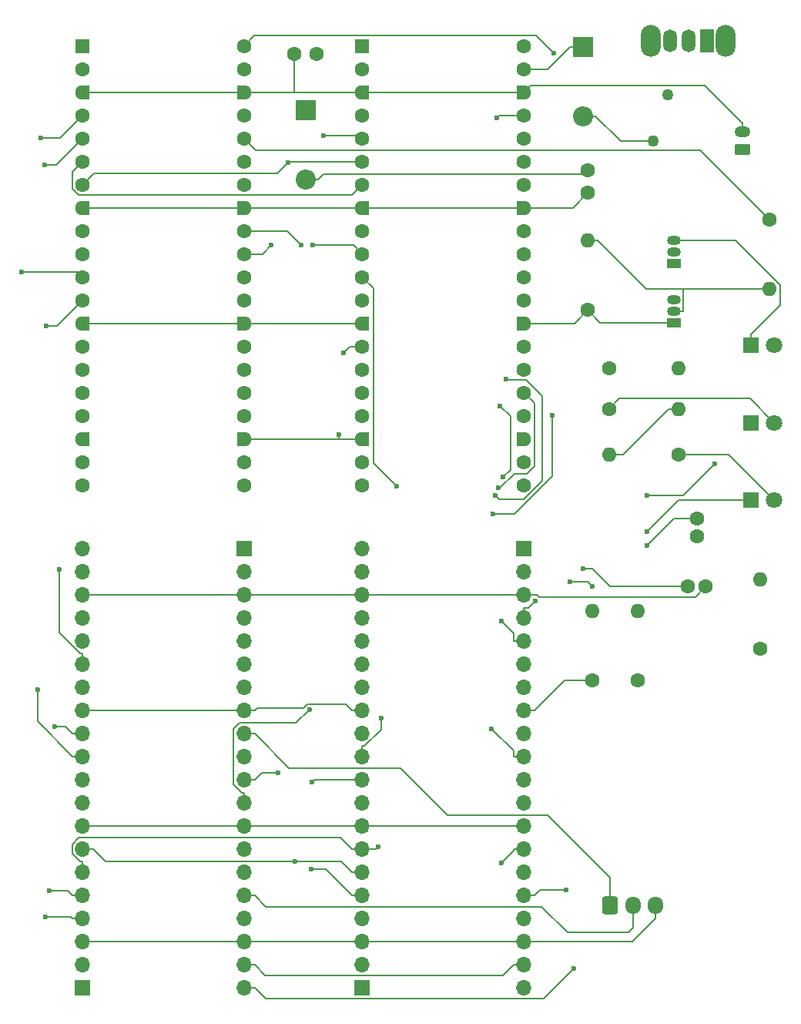
<source format=gbr>
%TF.GenerationSoftware,KiCad,Pcbnew,9.0.1*%
%TF.CreationDate,2025-10-25T16:54:00-04:00*%
%TF.ProjectId,Design V4.0,44657369-676e-4205-9634-2e302e6b6963,rev?*%
%TF.SameCoordinates,Original*%
%TF.FileFunction,Copper,L2,Bot*%
%TF.FilePolarity,Positive*%
%FSLAX46Y46*%
G04 Gerber Fmt 4.6, Leading zero omitted, Abs format (unit mm)*
G04 Created by KiCad (PCBNEW 9.0.1) date 2025-10-25 16:54:00*
%MOMM*%
%LPD*%
G01*
G04 APERTURE LIST*
G04 Aperture macros list*
%AMRoundRect*
0 Rectangle with rounded corners*
0 $1 Rounding radius*
0 $2 $3 $4 $5 $6 $7 $8 $9 X,Y pos of 4 corners*
0 Add a 4 corners polygon primitive as box body*
4,1,4,$2,$3,$4,$5,$6,$7,$8,$9,$2,$3,0*
0 Add four circle primitives for the rounded corners*
1,1,$1+$1,$2,$3*
1,1,$1+$1,$4,$5*
1,1,$1+$1,$6,$7*
1,1,$1+$1,$8,$9*
0 Add four rect primitives between the rounded corners*
20,1,$1+$1,$2,$3,$4,$5,0*
20,1,$1+$1,$4,$5,$6,$7,0*
20,1,$1+$1,$6,$7,$8,$9,0*
20,1,$1+$1,$8,$9,$2,$3,0*%
%AMFreePoly0*
4,1,37,0.603843,0.796157,0.639018,0.796157,0.711114,0.766294,0.766294,0.711114,0.796157,0.639018,0.796157,0.603843,0.800000,0.600000,0.800000,-0.600000,0.796157,-0.603843,0.796157,-0.639018,0.766294,-0.711114,0.711114,-0.766294,0.639018,-0.796157,0.603843,-0.796157,0.600000,-0.800000,0.000000,-0.800000,0.000000,-0.796148,-0.078414,-0.796148,-0.232228,-0.765552,-0.377117,-0.705537,
-0.507515,-0.618408,-0.618408,-0.507515,-0.705537,-0.377117,-0.765552,-0.232228,-0.796148,-0.078414,-0.796148,0.078414,-0.765552,0.232228,-0.705537,0.377117,-0.618408,0.507515,-0.507515,0.618408,-0.377117,0.705537,-0.232228,0.765552,-0.078414,0.796148,0.000000,0.796148,0.000000,0.800000,0.600000,0.800000,0.603843,0.796157,0.603843,0.796157,$1*%
%AMFreePoly1*
4,1,37,0.000000,0.796148,0.078414,0.796148,0.232228,0.765552,0.377117,0.705537,0.507515,0.618408,0.618408,0.507515,0.705537,0.377117,0.765552,0.232228,0.796148,0.078414,0.796148,-0.078414,0.765552,-0.232228,0.705537,-0.377117,0.618408,-0.507515,0.507515,-0.618408,0.377117,-0.705537,0.232228,-0.765552,0.078414,-0.796148,0.000000,-0.796148,0.000000,-0.800000,-0.600000,-0.800000,
-0.603843,-0.796157,-0.639018,-0.796157,-0.711114,-0.766294,-0.766294,-0.711114,-0.796157,-0.639018,-0.796157,-0.603843,-0.800000,-0.600000,-0.800000,0.600000,-0.796157,0.603843,-0.796157,0.639018,-0.766294,0.711114,-0.711114,0.766294,-0.639018,0.796157,-0.603843,0.796157,-0.600000,0.800000,0.000000,0.800000,0.000000,0.796148,0.000000,0.796148,$1*%
G04 Aperture macros list end*
%TA.AperFunction,ComponentPad*%
%ADD10C,1.600000*%
%TD*%
%TA.AperFunction,ComponentPad*%
%ADD11O,1.600000X1.600000*%
%TD*%
%TA.AperFunction,ComponentPad*%
%ADD12RoundRect,0.250000X-0.600000X-0.725000X0.600000X-0.725000X0.600000X0.725000X-0.600000X0.725000X0*%
%TD*%
%TA.AperFunction,ComponentPad*%
%ADD13O,1.700000X1.950000*%
%TD*%
%TA.AperFunction,ComponentPad*%
%ADD14R,1.800000X1.800000*%
%TD*%
%TA.AperFunction,ComponentPad*%
%ADD15C,1.800000*%
%TD*%
%TA.AperFunction,ComponentPad*%
%ADD16RoundRect,0.200000X-0.600000X-0.600000X0.600000X-0.600000X0.600000X0.600000X-0.600000X0.600000X0*%
%TD*%
%TA.AperFunction,ComponentPad*%
%ADD17FreePoly0,0.000000*%
%TD*%
%TA.AperFunction,ComponentPad*%
%ADD18FreePoly1,0.000000*%
%TD*%
%TA.AperFunction,ComponentPad*%
%ADD19C,1.270000*%
%TD*%
%TA.AperFunction,ComponentPad*%
%ADD20R,2.200000X2.200000*%
%TD*%
%TA.AperFunction,ComponentPad*%
%ADD21O,2.200000X2.200000*%
%TD*%
%TA.AperFunction,ComponentPad*%
%ADD22O,2.200000X3.500000*%
%TD*%
%TA.AperFunction,ComponentPad*%
%ADD23R,1.500000X2.500000*%
%TD*%
%TA.AperFunction,ComponentPad*%
%ADD24O,1.500000X2.500000*%
%TD*%
%TA.AperFunction,ComponentPad*%
%ADD25R,1.700000X1.700000*%
%TD*%
%TA.AperFunction,ComponentPad*%
%ADD26O,1.700000X1.700000*%
%TD*%
%TA.AperFunction,ComponentPad*%
%ADD27RoundRect,0.250000X0.625000X-0.350000X0.625000X0.350000X-0.625000X0.350000X-0.625000X-0.350000X0*%
%TD*%
%TA.AperFunction,ComponentPad*%
%ADD28O,1.750000X1.200000*%
%TD*%
%TA.AperFunction,ComponentPad*%
%ADD29R,1.500000X1.050000*%
%TD*%
%TA.AperFunction,ComponentPad*%
%ADD30O,1.500000X1.050000*%
%TD*%
%TA.AperFunction,ViaPad*%
%ADD31C,0.600000*%
%TD*%
%TA.AperFunction,Conductor*%
%ADD32C,0.200000*%
%TD*%
G04 APERTURE END LIST*
D10*
%TO.P,R6,1*%
%TO.N,GND*%
X224500000Y-61620000D03*
D11*
%TO.P,R6,2*%
%TO.N,Net-(Q4-B)*%
X224500000Y-54000000D03*
%TD*%
D12*
%TO.P,J7,1,Pin_1*%
%TO.N,SENSOR_DATA*%
X227000000Y-127000000D03*
D13*
%TO.P,J7,2,Pin_2*%
%TO.N,A_3V3(OUT)*%
X229500000Y-127000000D03*
%TO.P,J7,3,Pin_3*%
%TO.N,GND*%
X232000000Y-127000000D03*
%TD*%
D10*
%TO.P,R5,1*%
%TO.N,A_3V3(OUT)*%
X244500000Y-51690000D03*
D11*
%TO.P,R5,2*%
%TO.N,Net-(Q4-B)*%
X244500000Y-59310000D03*
%TD*%
D14*
%TO.P,D4,1,K*%
%TO.N,~{STDBY}*%
X242460000Y-82500000D03*
D15*
%TO.P,D4,2,A*%
%TO.N,Net-(D4-A)*%
X245000000Y-82500000D03*
%TD*%
D10*
%TO.P,R8,1*%
%TO.N,Net-(D4-A)*%
X234500000Y-77500000D03*
D11*
%TO.P,R8,2*%
%TO.N,A-VBUS*%
X226880000Y-77500000D03*
%TD*%
D16*
%TO.P,A1,1,GPIO0*%
%TO.N,A_GPIO0*%
X169000000Y-32600000D03*
D10*
%TO.P,A1,2,GPIO1*%
%TO.N,A_GPIO1*%
X169000000Y-35140000D03*
D17*
%TO.P,A1,3,GND*%
%TO.N,GND*%
X169000000Y-37680000D03*
D10*
%TO.P,A1,4,GPIO2*%
%TO.N,A_GPIO2*%
X169000000Y-40220000D03*
%TO.P,A1,5,GPIO3*%
%TO.N,A_GPIO3*%
X169000000Y-42760000D03*
%TO.P,A1,6,GPIO4*%
%TO.N,UART_TX*%
X169000000Y-45300000D03*
%TO.P,A1,7,GPIO5*%
%TO.N,UART_RX*%
X169000000Y-47840000D03*
D17*
%TO.P,A1,8,GND*%
%TO.N,GND*%
X169000000Y-50380000D03*
D10*
%TO.P,A1,9,GPIO6*%
%TO.N,A_GPIO6*%
X169000000Y-52920000D03*
%TO.P,A1,10,GPIO7*%
%TO.N,A_GPIO7*%
X169000000Y-55460000D03*
%TO.P,A1,11,GPIO8*%
%TO.N,A_GPIO8*%
X169000000Y-58000000D03*
%TO.P,A1,12,GPIO9*%
%TO.N,A_GPIO9*%
X169000000Y-60540000D03*
D17*
%TO.P,A1,13,GND*%
%TO.N,GND*%
X169000000Y-63080000D03*
D10*
%TO.P,A1,14,GPIO10*%
%TO.N,A_GPIO10*%
X169000000Y-65620000D03*
%TO.P,A1,15,GPIO11*%
%TO.N,A_GPIO11*%
X169000000Y-68160000D03*
%TO.P,A1,16,GPIO12*%
%TO.N,A_GPIO12*%
X169000000Y-70700000D03*
%TO.P,A1,17,GPIO13*%
%TO.N,A_GPIO13*%
X169000000Y-73240000D03*
D17*
%TO.P,A1,18,GND*%
%TO.N,GND*%
X169000000Y-75780000D03*
D10*
%TO.P,A1,19,GPIO14*%
%TO.N,A_GPIO14*%
X169000000Y-78320000D03*
%TO.P,A1,20,GPIO15*%
%TO.N,A_GPIO15*%
X169000000Y-80860000D03*
%TO.P,A1,21,GPIO16*%
%TO.N,A_GPIO16*%
X186780000Y-80860000D03*
%TO.P,A1,22,GPIO17*%
%TO.N,A_GPIO17*%
X186780000Y-78320000D03*
D18*
%TO.P,A1,23,GND*%
%TO.N,GND*%
X186780000Y-75780000D03*
D10*
%TO.P,A1,24,GPIO18*%
%TO.N,A_GPIO18*%
X186780000Y-73240000D03*
%TO.P,A1,25,GPIO19*%
%TO.N,A_GPIO19*%
X186780000Y-70700000D03*
%TO.P,A1,26,GPIO20*%
%TO.N,A_GPIO20*%
X186780000Y-68160000D03*
%TO.P,A1,27,GPIO21*%
%TO.N,A_GPIO21*%
X186780000Y-65620000D03*
D18*
%TO.P,A1,28,GND*%
%TO.N,GND*%
X186780000Y-63080000D03*
D10*
%TO.P,A1,29,GPIO22*%
%TO.N,SENSOR_DATA*%
X186780000Y-60540000D03*
%TO.P,A1,30,RUN*%
%TO.N,A_RUN*%
X186780000Y-58000000D03*
%TO.P,A1,31,GPIO26_ADC0*%
%TO.N,A_GPIO26*%
X186780000Y-55460000D03*
%TO.P,A1,32,GPIO27_ADC1*%
%TO.N,A_GPIO27*%
X186780000Y-52920000D03*
D18*
%TO.P,A1,33,AGND*%
%TO.N,GND*%
X186780000Y-50380000D03*
D10*
%TO.P,A1,34,GPIO28_ADC2*%
%TO.N,A_GPIO28*%
X186780000Y-47840000D03*
%TO.P,A1,35,ADC_VREF*%
%TO.N,A_ADC_VREF*%
X186780000Y-45300000D03*
%TO.P,A1,36,3V3*%
%TO.N,A_3V3(OUT)*%
X186780000Y-42760000D03*
%TO.P,A1,37,3V3_EN*%
%TO.N,A_3V3_EN*%
X186780000Y-40220000D03*
D18*
%TO.P,A1,38,GND*%
%TO.N,GND*%
X186780000Y-37680000D03*
D10*
%TO.P,A1,39,VSYS*%
%TO.N,Net-(A1-VSYS)*%
X186780000Y-35140000D03*
%TO.P,A1,40,VBUS*%
%TO.N,A-VBUS*%
X186780000Y-32600000D03*
%TD*%
D19*
%TO.P,F1,1*%
%TO.N,VSYS*%
X231700000Y-43050000D03*
%TO.P,F1,2*%
%TO.N,Net-(SW1-B)*%
X233300000Y-37950000D03*
%TD*%
D10*
%TO.P,R2,1*%
%TO.N,A_3V3(OUT)*%
X243500000Y-98810000D03*
D11*
%TO.P,R2,2*%
%TO.N,Net-(D2-A)*%
X243500000Y-91190000D03*
%TD*%
D20*
%TO.P,D5,1,K*%
%TO.N,Net-(A1-VSYS)*%
X193500000Y-39690000D03*
D21*
%TO.P,D5,2,A*%
%TO.N,VSYS*%
X193500000Y-47310000D03*
%TD*%
D22*
%TO.P,SW1,*%
%TO.N,*%
X239700000Y-32000000D03*
X231500000Y-32000000D03*
D23*
%TO.P,SW1,1,A*%
%TO.N,VBAT(+)*%
X237600000Y-32000000D03*
D24*
%TO.P,SW1,2,B*%
%TO.N,Net-(SW1-B)*%
X235600000Y-32000000D03*
%TO.P,SW1,3*%
%TO.N,N/C*%
X233600000Y-32000000D03*
%TD*%
D10*
%TO.P,C4,1*%
%TO.N,GND*%
X236500000Y-86500000D03*
%TO.P,C4,2*%
%TO.N,VBAT(+)*%
X236500000Y-84500000D03*
%TD*%
%TO.P,C2,1*%
%TO.N,GND*%
X224500000Y-48750000D03*
%TO.P,C2,2*%
%TO.N,VSYS*%
X224500000Y-46250000D03*
%TD*%
D25*
%TO.P,J4,1,Pin_1*%
%TO.N,B_GPIO0*%
X199720000Y-136060000D03*
D26*
%TO.P,J4,2,Pin_2*%
%TO.N,B_GPIO1*%
X199720000Y-133520000D03*
%TO.P,J4,3,Pin_3*%
%TO.N,GND*%
X199720000Y-130980000D03*
%TO.P,J4,4,Pin_4*%
%TO.N,B_GPIO2*%
X199720000Y-128440000D03*
%TO.P,J4,5,Pin_5*%
%TO.N,B_GPIO3*%
X199720000Y-125900000D03*
%TO.P,J4,6,Pin_6*%
%TO.N,UART_RX*%
X199720000Y-123360000D03*
%TO.P,J4,7,Pin_7*%
%TO.N,UART_TX*%
X199720000Y-120820000D03*
%TO.P,J4,8,Pin_8*%
%TO.N,GND*%
X199720000Y-118280000D03*
%TO.P,J4,9,Pin_9*%
%TO.N,B_GPIO6*%
X199720000Y-115740000D03*
%TO.P,J4,10,Pin_10*%
%TO.N,B_GPIO7*%
X199720000Y-113200000D03*
%TO.P,J4,11,Pin_11*%
%TO.N,B_GPIO8*%
X199720000Y-110660000D03*
%TO.P,J4,12,Pin_12*%
%TO.N,B_GPIO9*%
X199720000Y-108120000D03*
%TO.P,J4,13,Pin_13*%
%TO.N,GND*%
X199720000Y-105580000D03*
%TO.P,J4,14,Pin_14*%
%TO.N,B_GPIO10*%
X199720000Y-103040000D03*
%TO.P,J4,15,Pin_15*%
%TO.N,B_GPIO11*%
X199720000Y-100500000D03*
%TO.P,J4,16,Pin_16*%
%TO.N,B_GPIO12*%
X199720000Y-97960000D03*
%TO.P,J4,17,Pin_17*%
%TO.N,B_GPIO13*%
X199720000Y-95420000D03*
%TO.P,J4,18,Pin_18*%
%TO.N,GND*%
X199720000Y-92880000D03*
%TO.P,J4,19,Pin_19*%
%TO.N,B_GPIO14*%
X199720000Y-90340000D03*
%TO.P,J4,20,Pin_20*%
%TO.N,B_GPIO15*%
X199720000Y-87800000D03*
%TD*%
D25*
%TO.P,J3,1,Pin_1*%
%TO.N,A_GPIO16*%
X186780000Y-87860000D03*
D26*
%TO.P,J3,2,Pin_2*%
%TO.N,A_GPIO17*%
X186780000Y-90400000D03*
%TO.P,J3,3,Pin_3*%
%TO.N,GND*%
X186780000Y-92940000D03*
%TO.P,J3,4,Pin_4*%
%TO.N,A_GPIO18*%
X186780000Y-95480000D03*
%TO.P,J3,5,Pin_5*%
%TO.N,A_GPIO19*%
X186780000Y-98020000D03*
%TO.P,J3,6,Pin_6*%
%TO.N,A_GPIO20*%
X186780000Y-100560000D03*
%TO.P,J3,7,Pin_7*%
%TO.N,A_GPIO21*%
X186780000Y-103100000D03*
%TO.P,J3,8,Pin_8*%
%TO.N,GND*%
X186780000Y-105640000D03*
%TO.P,J3,9,Pin_9*%
%TO.N,SENSOR_DATA*%
X186780000Y-108180000D03*
%TO.P,J3,10,Pin_10*%
%TO.N,A_RUN*%
X186780000Y-110720000D03*
%TO.P,J3,11,Pin_11*%
%TO.N,A_GPIO26*%
X186780000Y-113260000D03*
%TO.P,J3,12,Pin_12*%
%TO.N,A_GPIO27*%
X186780000Y-115800000D03*
%TO.P,J3,13,Pin_13*%
%TO.N,GND*%
X186780000Y-118340000D03*
%TO.P,J3,14,Pin_14*%
%TO.N,A_GPIO28*%
X186780000Y-120880000D03*
%TO.P,J3,15,Pin_15*%
%TO.N,A_ADC_VREF*%
X186780000Y-123420000D03*
%TO.P,J3,16,Pin_16*%
%TO.N,A_3V3(OUT)*%
X186780000Y-125960000D03*
%TO.P,J3,17,Pin_17*%
%TO.N,A_3V3_EN*%
X186780000Y-128500000D03*
%TO.P,J3,18,Pin_18*%
%TO.N,GND*%
X186780000Y-131040000D03*
%TO.P,J3,19,Pin_19*%
%TO.N,VSYS*%
X186780000Y-133580000D03*
%TO.P,J3,20,Pin_20*%
%TO.N,A-VBUS*%
X186780000Y-136120000D03*
%TD*%
D27*
%TO.P,J1,1,Pin_1*%
%TO.N,VBAT(+)*%
X241550000Y-44000000D03*
D28*
%TO.P,J1,2,Pin_2*%
%TO.N,GND*%
X241550000Y-42000000D03*
%TD*%
D10*
%TO.P,C1,1*%
%TO.N,VSYS*%
X194750000Y-33500000D03*
%TO.P,C1,2*%
%TO.N,GND*%
X192250000Y-33500000D03*
%TD*%
D25*
%TO.P,J2,1,Pin_1*%
%TO.N,A_GPIO0*%
X169000000Y-136060000D03*
D26*
%TO.P,J2,2,Pin_2*%
%TO.N,A_GPIO1*%
X169000000Y-133520000D03*
%TO.P,J2,3,Pin_3*%
%TO.N,GND*%
X169000000Y-130980000D03*
%TO.P,J2,4,Pin_4*%
%TO.N,A_GPIO2*%
X169000000Y-128440000D03*
%TO.P,J2,5,Pin_5*%
%TO.N,A_GPIO3*%
X169000000Y-125900000D03*
%TO.P,J2,6,Pin_6*%
%TO.N,UART_TX*%
X169000000Y-123360000D03*
%TO.P,J2,7,Pin_7*%
%TO.N,UART_RX*%
X169000000Y-120820000D03*
%TO.P,J2,8,Pin_8*%
%TO.N,GND*%
X169000000Y-118280000D03*
%TO.P,J2,9,Pin_9*%
%TO.N,A_GPIO6*%
X169000000Y-115740000D03*
%TO.P,J2,10,Pin_10*%
%TO.N,A_GPIO7*%
X169000000Y-113200000D03*
%TO.P,J2,11,Pin_11*%
%TO.N,A_GPIO8*%
X169000000Y-110660000D03*
%TO.P,J2,12,Pin_12*%
%TO.N,A_GPIO9*%
X169000000Y-108120000D03*
%TO.P,J2,13,Pin_13*%
%TO.N,GND*%
X169000000Y-105580000D03*
%TO.P,J2,14,Pin_14*%
%TO.N,A_GPIO10*%
X169000000Y-103040000D03*
%TO.P,J2,15,Pin_15*%
%TO.N,A_GPIO11*%
X169000000Y-100500000D03*
%TO.P,J2,16,Pin_16*%
%TO.N,A_GPIO12*%
X169000000Y-97960000D03*
%TO.P,J2,17,Pin_17*%
%TO.N,A_GPIO13*%
X169000000Y-95420000D03*
%TO.P,J2,18,Pin_18*%
%TO.N,GND*%
X169000000Y-92880000D03*
%TO.P,J2,19,Pin_19*%
%TO.N,A_GPIO14*%
X169000000Y-90340000D03*
%TO.P,J2,20,Pin_20*%
%TO.N,A_GPIO15*%
X169000000Y-87800000D03*
%TD*%
D10*
%TO.P,R1,1*%
%TO.N,GND*%
X225000000Y-102310000D03*
D11*
%TO.P,R1,2*%
%TO.N,Net-(U1-PROG)*%
X225000000Y-94690000D03*
%TD*%
D10*
%TO.P,R7,1*%
%TO.N,Net-(Q3-E)*%
X226880000Y-68000000D03*
D11*
%TO.P,R7,2*%
%TO.N,Net-(Q3-B)*%
X234500000Y-68000000D03*
%TD*%
D14*
%TO.P,D2,1,K*%
%TO.N,Net-(D2-K)*%
X242460000Y-65500000D03*
D15*
%TO.P,D2,2,A*%
%TO.N,Net-(D2-A)*%
X245000000Y-65500000D03*
%TD*%
D14*
%TO.P,D3,1,K*%
%TO.N,~{CHRG}*%
X242460000Y-74000000D03*
D15*
%TO.P,D3,2,A*%
%TO.N,Net-(D3-A)*%
X245000000Y-74000000D03*
%TD*%
D10*
%TO.P,C3,1*%
%TO.N,GND*%
X237500000Y-92000000D03*
%TO.P,C3,2*%
%TO.N,A-VBUS*%
X235500000Y-92000000D03*
%TD*%
D20*
%TO.P,D6,1,K*%
%TO.N,Net-(A2-VSYS)*%
X224000000Y-32690000D03*
D21*
%TO.P,D6,2,A*%
%TO.N,VSYS*%
X224000000Y-40310000D03*
%TD*%
D29*
%TO.P,Q3,1,E*%
%TO.N,Net-(Q3-E)*%
X234000000Y-56500000D03*
D30*
%TO.P,Q3,2,B*%
%TO.N,Net-(Q3-B)*%
X234000000Y-55230000D03*
%TO.P,Q3,3,C*%
%TO.N,Net-(D2-K)*%
X234000000Y-53960000D03*
%TD*%
D10*
%TO.P,R3,1*%
%TO.N,Net-(D3-A)*%
X226880000Y-72500000D03*
D11*
%TO.P,R3,2*%
%TO.N,A-VBUS*%
X234500000Y-72500000D03*
%TD*%
D25*
%TO.P,J5,1,Pin_1*%
%TO.N,B_GPIO16*%
X217500000Y-87860000D03*
D26*
%TO.P,J5,2,Pin_2*%
%TO.N,B_GPIO17*%
X217500000Y-90400000D03*
%TO.P,J5,3,Pin_3*%
%TO.N,GND*%
X217500000Y-92940000D03*
%TO.P,J5,4,Pin_4*%
%TO.N,B_GPIO18*%
X217500000Y-95480000D03*
%TO.P,J5,5,Pin_5*%
%TO.N,B_GPIO19*%
X217500000Y-98020000D03*
%TO.P,J5,6,Pin_6*%
%TO.N,B_GPIO20*%
X217500000Y-100560000D03*
%TO.P,J5,7,Pin_7*%
%TO.N,B_GPIO21*%
X217500000Y-103100000D03*
%TO.P,J5,8,Pin_8*%
%TO.N,GND*%
X217500000Y-105640000D03*
%TO.P,J5,9,Pin_9*%
%TO.N,B_GPIO22*%
X217500000Y-108180000D03*
%TO.P,J5,10,Pin_10*%
%TO.N,B_RUN*%
X217500000Y-110720000D03*
%TO.P,J5,11,Pin_11*%
%TO.N,B_GPIO26*%
X217500000Y-113260000D03*
%TO.P,J5,12,Pin_12*%
%TO.N,B_GPIO27*%
X217500000Y-115800000D03*
%TO.P,J5,13,Pin_13*%
%TO.N,GND*%
X217500000Y-118340000D03*
%TO.P,J5,14,Pin_14*%
%TO.N,B_GPIO28*%
X217500000Y-120880000D03*
%TO.P,J5,15,Pin_15*%
%TO.N,B_ADC_VREF*%
X217500000Y-123420000D03*
%TO.P,J5,16,Pin_16*%
%TO.N,B_3V3(OUT)*%
X217500000Y-125960000D03*
%TO.P,J5,17,Pin_17*%
%TO.N,B_3V3_EN*%
X217500000Y-128500000D03*
%TO.P,J5,18,Pin_18*%
%TO.N,GND*%
X217500000Y-131040000D03*
%TO.P,J5,19,Pin_19*%
%TO.N,VSYS*%
X217500000Y-133580000D03*
%TO.P,J5,20,Pin_20*%
%TO.N,B-VBUS*%
X217500000Y-136120000D03*
%TD*%
D16*
%TO.P,A2,1,GPIO0*%
%TO.N,B_GPIO0*%
X199720000Y-32600000D03*
D10*
%TO.P,A2,2,GPIO1*%
%TO.N,B_GPIO1*%
X199720000Y-35140000D03*
D17*
%TO.P,A2,3,GND*%
%TO.N,GND*%
X199720000Y-37680000D03*
D10*
%TO.P,A2,4,GPIO2*%
%TO.N,B_GPIO2*%
X199720000Y-40220000D03*
%TO.P,A2,5,GPIO3*%
%TO.N,B_GPIO3*%
X199720000Y-42760000D03*
%TO.P,A2,6,GPIO4*%
%TO.N,UART_RX*%
X199720000Y-45300000D03*
%TO.P,A2,7,GPIO5*%
%TO.N,UART_TX*%
X199720000Y-47840000D03*
D17*
%TO.P,A2,8,GND*%
%TO.N,GND*%
X199720000Y-50380000D03*
D10*
%TO.P,A2,9,GPIO6*%
%TO.N,B_GPIO6*%
X199720000Y-52920000D03*
%TO.P,A2,10,GPIO7*%
%TO.N,B_GPIO7*%
X199720000Y-55460000D03*
%TO.P,A2,11,GPIO8*%
%TO.N,B_GPIO8*%
X199720000Y-58000000D03*
%TO.P,A2,12,GPIO9*%
%TO.N,B_GPIO9*%
X199720000Y-60540000D03*
D17*
%TO.P,A2,13,GND*%
%TO.N,GND*%
X199720000Y-63080000D03*
D10*
%TO.P,A2,14,GPIO10*%
%TO.N,B_GPIO10*%
X199720000Y-65620000D03*
%TO.P,A2,15,GPIO11*%
%TO.N,B_GPIO11*%
X199720000Y-68160000D03*
%TO.P,A2,16,GPIO12*%
%TO.N,B_GPIO12*%
X199720000Y-70700000D03*
%TO.P,A2,17,GPIO13*%
%TO.N,B_GPIO13*%
X199720000Y-73240000D03*
D17*
%TO.P,A2,18,GND*%
%TO.N,GND*%
X199720000Y-75780000D03*
D10*
%TO.P,A2,19,GPIO14*%
%TO.N,B_GPIO14*%
X199720000Y-78320000D03*
%TO.P,A2,20,GPIO15*%
%TO.N,B_GPIO15*%
X199720000Y-80860000D03*
%TO.P,A2,21,GPIO16*%
%TO.N,B_GPIO16*%
X217500000Y-80860000D03*
%TO.P,A2,22,GPIO17*%
%TO.N,B_GPIO17*%
X217500000Y-78320000D03*
D18*
%TO.P,A2,23,GND*%
%TO.N,GND*%
X217500000Y-75780000D03*
D10*
%TO.P,A2,24,GPIO18*%
%TO.N,B_GPIO18*%
X217500000Y-73240000D03*
%TO.P,A2,25,GPIO19*%
%TO.N,B_GPIO19*%
X217500000Y-70700000D03*
%TO.P,A2,26,GPIO20*%
%TO.N,B_GPIO20*%
X217500000Y-68160000D03*
%TO.P,A2,27,GPIO21*%
%TO.N,B_GPIO21*%
X217500000Y-65620000D03*
D18*
%TO.P,A2,28,GND*%
%TO.N,GND*%
X217500000Y-63080000D03*
D10*
%TO.P,A2,29,GPIO22*%
%TO.N,B_GPIO22*%
X217500000Y-60540000D03*
%TO.P,A2,30,RUN*%
%TO.N,B_RUN*%
X217500000Y-58000000D03*
%TO.P,A2,31,GPIO26_ADC0*%
%TO.N,B_GPIO26*%
X217500000Y-55460000D03*
%TO.P,A2,32,GPIO27_ADC1*%
%TO.N,B_GPIO27*%
X217500000Y-52920000D03*
D18*
%TO.P,A2,33,AGND*%
%TO.N,GND*%
X217500000Y-50380000D03*
D10*
%TO.P,A2,34,GPIO28_ADC2*%
%TO.N,B_GPIO28*%
X217500000Y-47840000D03*
%TO.P,A2,35,ADC_VREF*%
%TO.N,B_ADC_VREF*%
X217500000Y-45300000D03*
%TO.P,A2,36,3V3*%
%TO.N,B_3V3(OUT)*%
X217500000Y-42760000D03*
%TO.P,A2,37,3V3_EN*%
%TO.N,B_3V3_EN*%
X217500000Y-40220000D03*
D18*
%TO.P,A2,38,GND*%
%TO.N,GND*%
X217500000Y-37680000D03*
D10*
%TO.P,A2,39,VSYS*%
%TO.N,Net-(A2-VSYS)*%
X217500000Y-35140000D03*
%TO.P,A2,40,VBUS*%
%TO.N,B-VBUS*%
X217500000Y-32600000D03*
%TD*%
D29*
%TO.P,Q4,1,E*%
%TO.N,GND*%
X234000000Y-63000000D03*
D30*
%TO.P,Q4,2,B*%
%TO.N,Net-(Q4-B)*%
X234000000Y-61730000D03*
%TO.P,Q4,3,C*%
%TO.N,Net-(Q3-E)*%
X234000000Y-60460000D03*
%TD*%
D10*
%TO.P,R4,1*%
%TO.N,B_3V3(OUT)*%
X230000000Y-102310000D03*
D11*
%TO.P,R4,2*%
%TO.N,Net-(Q3-B)*%
X230000000Y-94690000D03*
%TD*%
D31*
%TO.N,GND*%
X197141200Y-75330700D03*
%TO.N,A_GPIO27*%
X193044200Y-54485100D03*
X193937300Y-105503800D03*
%TO.N,A_GPIO2*%
X164933100Y-128270100D03*
X164428000Y-42679500D03*
%TO.N,UART_RX*%
X191572700Y-45424200D03*
X192301700Y-122208300D03*
%TO.N,A_GPIO26*%
X189741300Y-54490400D03*
X190481300Y-112476400D03*
%TO.N,A_GPIO8*%
X162313000Y-57436500D03*
X164027800Y-103348700D03*
%TO.N,A-VBUS*%
X224000000Y-90000000D03*
X220791200Y-33395900D03*
X223000000Y-134000000D03*
%TO.N,A_GPIO3*%
X164800000Y-45630900D03*
X165305100Y-125393300D03*
%TO.N,A_GPIO9*%
X165000900Y-63339300D03*
X165908400Y-107395500D03*
%TO.N,UART_TX*%
X201500900Y-120582500D03*
%TO.N,A_GPIO11*%
X166416100Y-90091300D03*
%TO.N,B_GPIO7*%
X194215200Y-113514300D03*
X194312100Y-54485100D03*
%TO.N,B_GPIO27*%
X214903600Y-72193500D03*
X215244400Y-79974800D03*
%TO.N,B_RUN*%
X214357600Y-81992000D03*
X215506400Y-69242100D03*
X213919000Y-107610300D03*
%TO.N,B_GPIO18*%
X218764700Y-93589400D03*
%TO.N,B_3V3(OUT)*%
X222152500Y-125318700D03*
%TO.N,B_GPIO28*%
X215001700Y-122367300D03*
X220585900Y-73194600D03*
X214139900Y-83999100D03*
%TO.N,B_GPIO10*%
X197660200Y-66290700D03*
%TO.N,B_GPIO3*%
X194087500Y-123046500D03*
X195435300Y-42483700D03*
%TO.N,B_GPIO8*%
X201793500Y-106428000D03*
X203489600Y-80989900D03*
%TO.N,B_3V3_EN*%
X214500000Y-40500000D03*
%TO.N,VBAT(+)*%
X231000000Y-87500000D03*
%TO.N,~{CHRG}*%
X238500000Y-78500000D03*
X231000000Y-82000000D03*
%TO.N,~{STDBY}*%
X231000000Y-86000000D03*
%TO.N,Net-(U1-PROG)*%
X222583500Y-91500000D03*
X225000000Y-92000000D03*
%TO.N,B_GPIO19*%
X214722700Y-81148600D03*
X215029100Y-95804700D03*
%TD*%
D32*
%TO.N,GND*%
X217500000Y-105640000D02*
X218651700Y-105640000D01*
X221981700Y-102310000D02*
X225000000Y-102310000D01*
X218651700Y-105640000D02*
X221981700Y-102310000D01*
%TO.N,A-VBUS*%
X219704100Y-137295900D02*
X189107600Y-137295900D01*
X189107600Y-137295900D02*
X187931700Y-136120000D01*
X187931700Y-136120000D02*
X186780000Y-136120000D01*
X223000000Y-134000000D02*
X219704100Y-137295900D01*
%TO.N,SENSOR_DATA*%
X227000000Y-126136500D02*
X227000000Y-124000000D01*
X203912800Y-111930000D02*
X191681700Y-111930000D01*
X227000000Y-124000000D02*
X220129800Y-117129800D01*
X220129800Y-117129800D02*
X209112600Y-117129800D01*
X209112600Y-117129800D02*
X203912800Y-111930000D01*
X191681700Y-111930000D02*
X187931700Y-108180000D01*
X187931700Y-108180000D02*
X186780000Y-108180000D01*
%TO.N,A_3V3(OUT)*%
X229500000Y-127000000D02*
X229500000Y-129500000D01*
X229500000Y-129500000D02*
X229000000Y-130000000D01*
X222294900Y-130000000D02*
X219464900Y-127170000D01*
X219464900Y-127170000D02*
X189141700Y-127170000D01*
X229000000Y-130000000D02*
X222294900Y-130000000D01*
X189141700Y-127170000D02*
X187931700Y-125960000D01*
X187931700Y-125960000D02*
X186780000Y-125960000D01*
%TO.N,GND*%
X232000000Y-127000000D02*
X232000000Y-128500000D01*
X232000000Y-128500000D02*
X229460000Y-131040000D01*
X229460000Y-131040000D02*
X217500000Y-131040000D01*
X217500000Y-131040000D02*
X200931700Y-131040000D01*
X185568300Y-92880000D02*
X185628300Y-92940000D01*
X199720000Y-105580000D02*
X198568300Y-105580000D01*
X197141200Y-75780000D02*
X199720000Y-75780000D01*
X199720000Y-118280000D02*
X198568300Y-118280000D01*
X185568300Y-105580000D02*
X185628300Y-105640000D01*
X241550000Y-41098300D02*
X237411800Y-36960100D01*
X218219900Y-36960100D02*
X217500000Y-37680000D01*
X186780000Y-118340000D02*
X198508300Y-118340000D01*
X170151700Y-118280000D02*
X170211700Y-118340000D01*
X192250000Y-33500000D02*
X192250000Y-37680000D01*
X198508300Y-131040000D02*
X186780000Y-131040000D01*
X199144200Y-92880000D02*
X198568300Y-92880000D01*
X217500000Y-37680000D02*
X199720000Y-37680000D01*
X199720000Y-50380000D02*
X186780000Y-50380000D01*
X199720000Y-92880000D02*
X216288300Y-92880000D01*
X217500000Y-92940000D02*
X216348300Y-92940000D01*
X224500000Y-48750000D02*
X222870000Y-50380000D01*
X198568300Y-105580000D02*
X197890400Y-104902100D01*
X199720000Y-118280000D02*
X200871700Y-118280000D01*
X198508300Y-118340000D02*
X198568300Y-118280000D01*
X169000000Y-130980000D02*
X170151700Y-130980000D01*
X200931700Y-131040000D02*
X200871700Y-130980000D01*
X197141200Y-75780000D02*
X197141200Y-75330700D01*
X169000000Y-50380000D02*
X186780000Y-50380000D01*
X186780000Y-131040000D02*
X170211700Y-131040000D01*
X186780000Y-105640000D02*
X187931700Y-105640000D01*
X200931700Y-118340000D02*
X200871700Y-118280000D01*
X186780000Y-37680000D02*
X192250000Y-37680000D01*
X217500000Y-63080000D02*
X223040000Y-63080000D01*
X192250000Y-37680000D02*
X199720000Y-37680000D01*
X186204200Y-92940000D02*
X185628300Y-92940000D01*
X169000000Y-105580000D02*
X185568300Y-105580000D01*
X219157200Y-93131000D02*
X218966200Y-92940000D01*
X198508300Y-92940000D02*
X198568300Y-92880000D01*
X217500000Y-50380000D02*
X199720000Y-50380000D01*
X225880000Y-63000000D02*
X224500000Y-61620000D01*
X186780000Y-105640000D02*
X185628300Y-105640000D01*
X186780000Y-75780000D02*
X197141200Y-75780000D01*
X170211700Y-118340000D02*
X186780000Y-118340000D01*
X223040000Y-63080000D02*
X224500000Y-61620000D01*
X237500000Y-92000000D02*
X236369000Y-93131000D01*
X186780000Y-92940000D02*
X198508300Y-92940000D01*
X217500000Y-92940000D02*
X218966200Y-92940000D01*
X216288300Y-92880000D02*
X216348300Y-92940000D01*
X169000000Y-63080000D02*
X186780000Y-63080000D01*
X193688200Y-104902100D02*
X193254800Y-105335500D01*
X234000000Y-63000000D02*
X225880000Y-63000000D01*
X193254800Y-105335600D02*
X188236100Y-105335600D01*
X222870000Y-50380000D02*
X217500000Y-50380000D01*
X193254800Y-105335500D02*
X193254800Y-105335600D01*
X199720000Y-130980000D02*
X198568300Y-130980000D01*
X198568300Y-130980000D02*
X198508300Y-131040000D01*
X237411800Y-36960100D02*
X218219900Y-36960100D01*
X170211700Y-131040000D02*
X170151700Y-130980000D01*
X188236100Y-105335600D02*
X187931700Y-105640000D01*
X169000000Y-118280000D02*
X170151700Y-118280000D01*
X186780000Y-63080000D02*
X199720000Y-63080000D01*
X236369000Y-93131000D02*
X219157200Y-93131000D01*
X217500000Y-118340000D02*
X200931700Y-118340000D01*
X169000000Y-92880000D02*
X185568300Y-92880000D01*
X169000000Y-37680000D02*
X186780000Y-37680000D01*
X199720000Y-130980000D02*
X200871700Y-130980000D01*
X241550000Y-42000000D02*
X241550000Y-41098300D01*
X197890400Y-104902100D02*
X193688200Y-104902100D01*
%TO.N,A_GPIO27*%
X186780000Y-114648300D02*
X186492100Y-114648300D01*
X185589000Y-113745200D02*
X185589000Y-107676300D01*
X186780000Y-115800000D02*
X186780000Y-114648300D01*
X185589000Y-107676300D02*
X186258600Y-107006700D01*
X186258600Y-107006700D02*
X192434400Y-107006700D01*
X186492100Y-114648300D02*
X185589000Y-113745200D01*
X192434400Y-107006700D02*
X193937300Y-105503800D01*
X193044200Y-54485100D02*
X191479100Y-52920000D01*
X191479100Y-52920000D02*
X186780000Y-52920000D01*
%TO.N,A_3V3(OUT)*%
X236840000Y-44030000D02*
X244500000Y-51690000D01*
X188050000Y-44030000D02*
X236840000Y-44030000D01*
X186780000Y-42760000D02*
X188050000Y-44030000D01*
%TO.N,A_GPIO2*%
X164933100Y-128270100D02*
X167678400Y-128270100D01*
X169000000Y-128440000D02*
X167848300Y-128440000D01*
X167678400Y-128270100D02*
X167848300Y-128440000D01*
X169000000Y-40220000D02*
X166540500Y-42679500D01*
X166540500Y-42679500D02*
X164428000Y-42679500D01*
%TO.N,UART_RX*%
X169000000Y-120820000D02*
X170151700Y-120820000D01*
X199720000Y-45300000D02*
X191696900Y-45300000D01*
X171540000Y-122208300D02*
X192301700Y-122208300D01*
X170151700Y-120820000D02*
X171540000Y-122208300D01*
X199720000Y-123360000D02*
X198568300Y-123360000D01*
X191696900Y-45300000D02*
X191572700Y-45424200D01*
X190426900Y-46570000D02*
X170270000Y-46570000D01*
X198568300Y-123360000D02*
X197416600Y-122208300D01*
X191572700Y-45424200D02*
X190426900Y-46570000D01*
X170270000Y-46570000D02*
X169000000Y-47840000D01*
X197416600Y-122208300D02*
X192301700Y-122208300D01*
%TO.N,A_GPIO26*%
X186780000Y-113260000D02*
X187931700Y-113260000D01*
X188715300Y-112476400D02*
X187931700Y-113260000D01*
X190481300Y-112476400D02*
X188715300Y-112476400D01*
X188771700Y-55460000D02*
X189741300Y-54490400D01*
X186780000Y-55460000D02*
X188771700Y-55460000D01*
%TO.N,A_GPIO8*%
X167848300Y-110660000D02*
X164027800Y-106839500D01*
X162313000Y-57436500D02*
X168436500Y-57436500D01*
X169000000Y-110660000D02*
X167848300Y-110660000D01*
X164027800Y-106839500D02*
X164027800Y-103348700D01*
X168436500Y-57436500D02*
X169000000Y-58000000D01*
%TO.N,A-VBUS*%
X233398300Y-72500000D02*
X228398300Y-77500000D01*
X225000000Y-90000000D02*
X227000000Y-92000000D01*
X218883900Y-31488600D02*
X187891400Y-31488600D01*
X227000000Y-92000000D02*
X235500000Y-92000000D01*
X234500000Y-72500000D02*
X233398300Y-72500000D01*
X220791200Y-33395900D02*
X218883900Y-31488600D01*
X224000000Y-90000000D02*
X225000000Y-90000000D01*
X187891400Y-31488600D02*
X186780000Y-32600000D01*
X228398300Y-77500000D02*
X226880000Y-77500000D01*
%TO.N,A_GPIO3*%
X169000000Y-125900000D02*
X167848300Y-125900000D01*
X167341600Y-125393300D02*
X167848300Y-125900000D01*
X165305100Y-125393300D02*
X167341600Y-125393300D01*
X169000000Y-42760000D02*
X166129100Y-45630900D01*
X166129100Y-45630900D02*
X164800000Y-45630900D01*
%TO.N,A_GPIO9*%
X165908400Y-107395500D02*
X167123800Y-107395500D01*
X169000000Y-108120000D02*
X167848300Y-108120000D01*
X167123800Y-107395500D02*
X167848300Y-108120000D01*
X166200700Y-63339300D02*
X165000900Y-63339300D01*
X169000000Y-60540000D02*
X166200700Y-63339300D01*
%TO.N,UART_TX*%
X197358300Y-119610000D02*
X198568300Y-120820000D01*
X198605200Y-48954800D02*
X199720000Y-47840000D01*
X201263400Y-120820000D02*
X201500900Y-120582500D01*
X167845100Y-120321200D02*
X168556300Y-119610000D01*
X169000000Y-122208300D02*
X168712100Y-122208300D01*
X167869400Y-48270800D02*
X168553400Y-48954800D01*
X169000000Y-45300000D02*
X167869400Y-46430600D01*
X169000000Y-123360000D02*
X169000000Y-122208300D01*
X168553400Y-48954800D02*
X198605200Y-48954800D01*
X168556300Y-119610000D02*
X197358300Y-119610000D01*
X199144200Y-120820000D02*
X198568300Y-120820000D01*
X167845100Y-121341300D02*
X167845100Y-120321200D01*
X168712100Y-122208300D02*
X167845100Y-121341300D01*
X199720000Y-120820000D02*
X201263400Y-120820000D01*
X167869400Y-46430600D02*
X167869400Y-48270800D01*
%TO.N,A_GPIO11*%
X168712100Y-99348300D02*
X166416100Y-97052300D01*
X166416100Y-97052300D02*
X166416100Y-90091300D01*
X169000000Y-100500000D02*
X169000000Y-99348300D01*
X169000000Y-99348300D02*
X168712100Y-99348300D01*
%TO.N,B_GPIO7*%
X198745100Y-54485100D02*
X199720000Y-55460000D01*
X194312100Y-54485100D02*
X198745100Y-54485100D01*
X199720000Y-113200000D02*
X194529500Y-113200000D01*
X194529500Y-113200000D02*
X194215200Y-113514300D01*
%TO.N,B_GPIO27*%
X216023600Y-79195600D02*
X215244400Y-79974800D01*
X216023600Y-73313500D02*
X216023600Y-79195600D01*
X214903600Y-72193500D02*
X216023600Y-73313500D01*
%TO.N,B_RUN*%
X215586400Y-69322100D02*
X215506400Y-69242100D01*
X216348300Y-110720000D02*
X216348300Y-110039600D01*
X217751800Y-69322100D02*
X215586400Y-69322100D01*
X217482000Y-82447800D02*
X219509800Y-80420000D01*
X216348300Y-110039600D02*
X213919000Y-107610300D01*
X214357600Y-81992000D02*
X214813400Y-82447800D01*
X214813400Y-82447800D02*
X217482000Y-82447800D01*
X219509800Y-80420000D02*
X219509800Y-71080100D01*
X219509800Y-71080100D02*
X217751800Y-69322100D01*
X217500000Y-110720000D02*
X216348300Y-110720000D01*
X215506400Y-69322100D02*
X215506400Y-69242100D01*
%TO.N,B_GPIO18*%
X218025800Y-94328300D02*
X218764700Y-93589400D01*
X217500000Y-95480000D02*
X217500000Y-94328300D01*
X217500000Y-94328300D02*
X218025800Y-94328300D01*
%TO.N,B_3V3(OUT)*%
X219293000Y-125318700D02*
X218651700Y-125960000D01*
X217500000Y-125960000D02*
X218651700Y-125960000D01*
X222152500Y-125318700D02*
X219293000Y-125318700D01*
%TO.N,B_GPIO28*%
X217500000Y-120880000D02*
X216348300Y-120880000D01*
X216498700Y-83999100D02*
X220585900Y-79911900D01*
X220585900Y-79911900D02*
X220585900Y-73194600D01*
X216348300Y-121020700D02*
X215001700Y-122367300D01*
X216348300Y-120880000D02*
X216348300Y-121020700D01*
X214139900Y-83999100D02*
X216498700Y-83999100D01*
%TO.N,B_GPIO10*%
X198330900Y-65620000D02*
X197660200Y-66290700D01*
X199720000Y-65620000D02*
X198330900Y-65620000D01*
%TO.N,Net-(A2-VSYS)*%
X220148300Y-35140000D02*
X217500000Y-35140000D01*
X222598300Y-32690000D02*
X220148300Y-35140000D01*
X224000000Y-32690000D02*
X222598300Y-32690000D01*
%TO.N,B_GPIO3*%
X195714800Y-123046500D02*
X194087500Y-123046500D01*
X198568300Y-125900000D02*
X195714800Y-123046500D01*
X199720000Y-125900000D02*
X198568300Y-125900000D01*
X199443700Y-42483700D02*
X195435300Y-42483700D01*
%TO.N,B_GPIO8*%
X200968200Y-78468500D02*
X203489600Y-80989900D01*
X199988500Y-109508300D02*
X199720000Y-109508300D01*
X200968200Y-59248200D02*
X200968200Y-78468500D01*
X199720000Y-58000000D02*
X200968200Y-59248200D01*
X201793500Y-106428000D02*
X201793500Y-107703300D01*
X199720000Y-110660000D02*
X199720000Y-109508300D01*
X201793500Y-107703300D02*
X199988500Y-109508300D01*
%TO.N,B_3V3_EN*%
X214780000Y-40220000D02*
X217500000Y-40220000D01*
X214500000Y-40500000D02*
X214780000Y-40220000D01*
%TO.N,VSYS*%
X231700000Y-43050000D02*
X228141700Y-43050000D01*
X224020700Y-46729300D02*
X195482400Y-46729300D01*
X189077000Y-134725300D02*
X215203000Y-134725300D01*
X187931700Y-133580000D02*
X189077000Y-134725300D01*
X193500000Y-47310000D02*
X194901700Y-47310000D01*
X217500000Y-133580000D02*
X216348300Y-133580000D01*
X215203000Y-134725300D02*
X216348300Y-133580000D01*
X224000000Y-40310000D02*
X225401700Y-40310000D01*
X228141700Y-43050000D02*
X225401700Y-40310000D01*
X186780000Y-133580000D02*
X187931700Y-133580000D01*
X195482400Y-46729300D02*
X194901700Y-47310000D01*
%TO.N,VBAT(+)*%
X236500000Y-84500000D02*
X234000000Y-84500000D01*
X234000000Y-84500000D02*
X231000000Y-87500000D01*
%TO.N,Net-(D2-K)*%
X240745200Y-53960000D02*
X234000000Y-53960000D01*
X245648900Y-61109400D02*
X245648900Y-58863700D01*
X242460000Y-65500000D02*
X242460000Y-64298300D01*
X245648900Y-58863700D02*
X240745200Y-53960000D01*
X242460000Y-64298300D02*
X245648900Y-61109400D01*
%TO.N,~{CHRG}*%
X231000000Y-82000000D02*
X235000000Y-82000000D01*
X235000000Y-82000000D02*
X238500000Y-78500000D01*
%TO.N,Net-(D3-A)*%
X226880000Y-72500000D02*
X228028500Y-71351500D01*
X242351500Y-71351500D02*
X245000000Y-74000000D01*
X228028500Y-71351500D02*
X242351500Y-71351500D01*
%TO.N,Net-(D4-A)*%
X240000000Y-77500000D02*
X234500000Y-77500000D01*
X245000000Y-82500000D02*
X240000000Y-77500000D01*
%TO.N,~{STDBY}*%
X242460000Y-82500000D02*
X234500000Y-82500000D01*
X234500000Y-82500000D02*
X231000000Y-86000000D01*
%TO.N,Net-(Q4-B)*%
X234000000Y-61730000D02*
X235051700Y-61730000D01*
X235051700Y-59310000D02*
X244500000Y-59310000D01*
X224500000Y-54000000D02*
X225601700Y-54000000D01*
X235051700Y-61730000D02*
X235051700Y-59310000D01*
X230911700Y-59310000D02*
X225601700Y-54000000D01*
X235051700Y-59310000D02*
X230911700Y-59310000D01*
%TO.N,Net-(U1-PROG)*%
X224500000Y-91500000D02*
X222583500Y-91500000D01*
X225000000Y-92000000D02*
X224500000Y-91500000D01*
%TO.N,B_GPIO19*%
X217500000Y-98020000D02*
X216348300Y-98020000D01*
X215029100Y-95804600D02*
X215029100Y-95804700D01*
X215029200Y-95804600D02*
X216348300Y-97123700D01*
X214741600Y-81167500D02*
X214722700Y-81148600D01*
X216480300Y-79590000D02*
X214902800Y-81167500D01*
X215029200Y-95804600D02*
X215029100Y-95804700D01*
X214902800Y-81167500D02*
X214741600Y-81167500D01*
X218642500Y-71842500D02*
X218642500Y-78749900D01*
X217802400Y-79590000D02*
X216480300Y-79590000D01*
X218642500Y-78749900D02*
X217802400Y-79590000D01*
X217500000Y-70700000D02*
X218642500Y-71842500D01*
X216348300Y-98020000D02*
X216348300Y-97123700D01*
%TD*%
M02*

</source>
